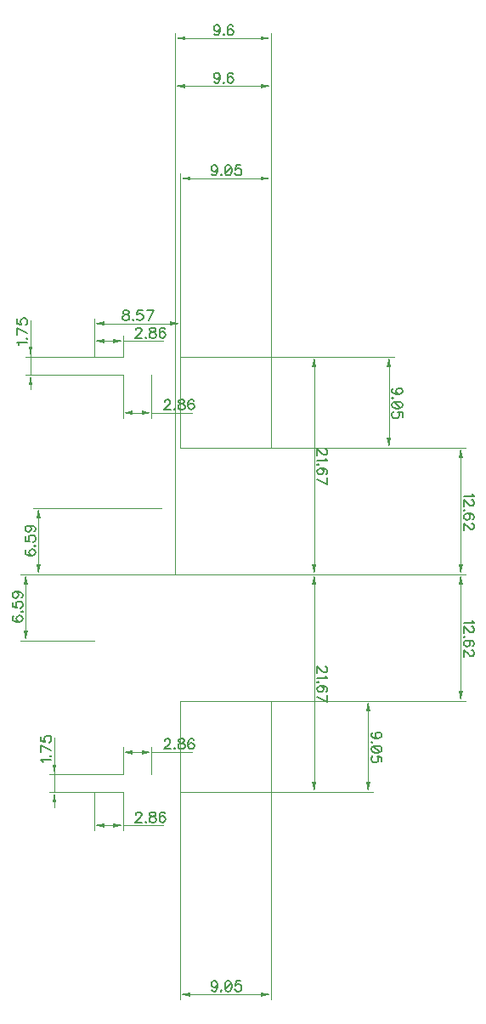
<source format=gbr>
G04 DipTrace 2.4.0.2*
%INTopDimension.gbr*%
%MOIN*%
%ADD13C,0.0014*%
%ADD53C,0.0062*%
%FSLAX44Y44*%
G04*
G70*
G90*
G75*
G01*
%LNTopDimension*%
%LPD*%
X7316Y21004D2*
D13*
X15701D1*
X7316Y17442D2*
X15701D1*
X15504Y19223D2*
Y20611D1*
G36*
Y21004D2*
X15583Y20611D1*
X15425D1*
X15504Y21004D1*
G37*
Y19223D2*
D13*
Y17835D1*
G36*
Y17442D2*
X15425Y17835D1*
X15583D1*
X15504Y17442D1*
G37*
X7316D2*
D13*
Y28202D1*
X10878Y17442D2*
Y28202D1*
X9097Y28005D2*
X7709D1*
G36*
X7316D2*
X7709Y28084D1*
Y27926D1*
X7316Y28005D1*
G37*
X9097D2*
D13*
X10485D1*
G36*
X10878D2*
X10485Y27926D1*
Y28084D1*
X10878Y28005D1*
G37*
X7316Y7503D2*
D13*
Y-4195D1*
X10878Y7503D2*
Y-4195D1*
X9097Y-3998D2*
X7709D1*
G36*
X7316D2*
X7709Y-3919D1*
Y-4077D1*
X7316Y-3998D1*
G37*
X9097D2*
D13*
X10485D1*
G36*
X10878D2*
X10485Y-4077D1*
Y-3919D1*
X10878Y-3998D1*
G37*
X7316Y3940D2*
D13*
X14888D1*
X7316Y7503D2*
X14888D1*
X14691Y5722D2*
Y4334D1*
G36*
Y3940D2*
X14613Y4334D1*
X14770D1*
X14691Y3940D1*
G37*
Y5722D2*
D13*
Y7109D1*
G36*
Y7503D2*
X14770Y7109D1*
X14613D1*
X14691Y7503D1*
G37*
X4396Y12473D2*
D13*
X12763D1*
X7316Y21004D2*
X12763D1*
X12566Y16739D2*
Y12867D1*
G36*
Y12473D2*
X12487Y12867D1*
X12645D1*
X12566Y12473D1*
G37*
Y16739D2*
D13*
Y20611D1*
G36*
Y21004D2*
X12645Y20611D1*
X12487D1*
X12566Y21004D1*
G37*
X4396Y12473D2*
D13*
X12763D1*
X7316Y3940D2*
X12763D1*
X12566Y8207D2*
Y12080D1*
G36*
Y12473D2*
X12645Y12080D1*
X12487D1*
X12566Y12473D1*
G37*
Y8207D2*
D13*
Y4334D1*
G36*
Y3940D2*
X12487Y4334D1*
X12645D1*
X12566Y3940D1*
G37*
X7100Y12473D2*
D13*
Y33703D1*
X10878Y17442D2*
Y33703D1*
X8989Y33506D2*
X7494D1*
G36*
X7100D2*
X7494Y33585D1*
Y33427D1*
X7100Y33506D1*
G37*
X8989D2*
D13*
X10485D1*
G36*
X10878D2*
X10485Y33427D1*
Y33585D1*
X10878Y33506D1*
G37*
X7100Y12473D2*
D13*
Y31827D1*
X10878Y17442D2*
Y31827D1*
X8989Y31631D2*
X7494D1*
G36*
X7100D2*
X7494Y31709D1*
Y31552D1*
X7100Y31631D1*
G37*
X8989D2*
D13*
X10485D1*
G36*
X10878D2*
X10485Y31552D1*
Y31709D1*
X10878Y31631D1*
G37*
X7100Y12473D2*
D13*
X18514D1*
X10878Y17442D2*
X18514D1*
X18317Y14958D2*
Y12867D1*
G36*
Y12473D2*
X18238Y12867D1*
X18395D1*
X18317Y12473D1*
G37*
Y14958D2*
D13*
Y17048D1*
G36*
Y17442D2*
X18395Y17048D1*
X18238D1*
X18317Y17442D1*
G37*
X7100Y12473D2*
D13*
X18514D1*
X10878Y7503D2*
X18514D1*
X18317Y9988D2*
Y12080D1*
G36*
Y12473D2*
X18395Y12080D1*
X18238D1*
X18317Y12473D1*
G37*
Y9988D2*
D13*
Y7897D1*
G36*
Y7503D2*
X18238Y7897D1*
X18395D1*
X18317Y7503D1*
G37*
X5065Y21004D2*
D13*
X1243D1*
X5065Y20317D2*
X1243D1*
X1440Y21004D2*
Y20317D1*
Y21595D2*
Y21398D1*
G36*
Y21004D2*
X1361Y21398D1*
X1519D1*
X1440Y21004D1*
G37*
Y19726D2*
D13*
Y19923D1*
G36*
Y20317D2*
X1519Y19923D1*
X1361D1*
X1440Y20317D1*
G37*
Y22439D2*
D13*
Y21004D1*
X7316D2*
Y22514D1*
X3940Y21004D2*
Y22514D1*
X5628Y22317D2*
X6922D1*
G36*
X7316D2*
X6922Y22238D1*
Y22396D1*
X7316Y22317D1*
G37*
X5628D2*
D13*
X4334D1*
G36*
X3940D2*
X4334Y22396D1*
Y22238D1*
X3940Y22317D1*
G37*
Y21004D2*
D13*
Y21826D1*
X5065Y21004D2*
Y21826D1*
X4503Y21630D2*
X4334D1*
G36*
X3940D2*
X4334Y21708D1*
Y21551D1*
X3940Y21630D1*
G37*
X4503D2*
D13*
X4672D1*
G36*
X5065D2*
X4672Y21551D1*
Y21708D1*
X5065Y21630D1*
G37*
X6652D2*
D13*
X5065D1*
Y20317D2*
Y18620D1*
X6190Y20317D2*
Y18620D1*
X5628Y18817D2*
X5459D1*
G36*
X5065D2*
X5459Y18895D1*
Y18738D1*
X5065Y18817D1*
G37*
X5628D2*
D13*
X5797D1*
G36*
X6190D2*
X5797Y18738D1*
Y18895D1*
X6190Y18817D1*
G37*
X7777D2*
D13*
X6190D1*
X5065Y4628D2*
X2181D1*
X5065Y3940D2*
X2181D1*
X2377Y4628D2*
Y3940D1*
Y5218D2*
Y5021D1*
G36*
Y4628D2*
X2299Y5021D1*
X2456D1*
X2377Y4628D1*
G37*
Y3350D2*
D13*
Y3546D1*
G36*
Y3940D2*
X2456Y3546D1*
X2299D1*
X2377Y3940D1*
G37*
Y6062D2*
D13*
Y4628D1*
X3940Y3940D2*
Y2431D1*
X5065Y3940D2*
Y2431D1*
X4503Y2628D2*
X4334D1*
G36*
X3940D2*
X4334Y2706D1*
Y2549D1*
X3940Y2628D1*
G37*
X4503D2*
D13*
X4672D1*
G36*
X5065D2*
X4672Y2549D1*
Y2706D1*
X5065Y2628D1*
G37*
X6652D2*
D13*
X5065D1*
Y4628D2*
Y5700D1*
X6190Y4628D2*
Y5700D1*
X5628Y5503D2*
X5459D1*
G36*
X5065D2*
X5459Y5582D1*
Y5424D1*
X5065Y5503D1*
G37*
X5628D2*
D13*
X5797D1*
G36*
X6190D2*
X5797Y5424D1*
Y5582D1*
X6190Y5503D1*
G37*
X7777D2*
D13*
X6190D1*
X7100Y12473D2*
X1556D1*
X6565Y15066D2*
X1556D1*
X1752Y13770D2*
Y12867D1*
G36*
Y12473D2*
X1674Y12867D1*
X1831D1*
X1752Y12473D1*
G37*
Y13770D2*
D13*
Y14673D1*
G36*
Y15066D2*
X1831Y14673D1*
X1674D1*
X1752Y15066D1*
G37*
X7100Y12473D2*
D13*
X1056D1*
X3940Y9878D2*
X1056D1*
X1252Y11176D2*
Y12080D1*
G36*
Y12473D2*
X1331Y12080D1*
X1174D1*
X1252Y12473D1*
G37*
Y11176D2*
D13*
Y10272D1*
G36*
Y9878D2*
X1174Y10272D1*
X1331D1*
X1252Y9878D1*
G37*
X15894Y19540D2*
D53*
X15836Y19560D1*
X15798Y19598D1*
X15779Y19655D1*
Y19674D1*
X15798Y19732D1*
X15836Y19770D1*
X15894Y19789D1*
X15913D1*
X15970Y19770D1*
X16008Y19732D1*
X16027Y19674D1*
Y19655D1*
X16008Y19598D1*
X15970Y19560D1*
X15894Y19540D1*
X15798D1*
X15702Y19560D1*
X15645Y19598D1*
X15626Y19655D1*
Y19693D1*
X15645Y19751D1*
X15683Y19770D1*
X15664Y19398D2*
X15645Y19417D1*
X15626Y19398D1*
X15645Y19378D1*
X15664Y19398D1*
X16027Y19140D2*
X16008Y19197D1*
X15951Y19236D1*
X15855Y19255D1*
X15798D1*
X15702Y19236D1*
X15645Y19197D1*
X15626Y19140D1*
Y19102D1*
X15645Y19044D1*
X15702Y19006D1*
X15798Y18987D1*
X15855D1*
X15951Y19006D1*
X16008Y19044D1*
X16027Y19102D1*
Y19140D1*
X15951Y19006D2*
X15702Y19236D1*
X16027Y18634D2*
Y18825D1*
X15855Y18844D1*
X15874Y18825D1*
X15894Y18767D1*
Y18710D1*
X15874Y18653D1*
X15836Y18614D1*
X15779Y18595D1*
X15741D1*
X15683Y18614D1*
X15645Y18653D1*
X15626Y18710D1*
Y18767D1*
X15645Y18825D1*
X15664Y18844D1*
X15702Y18863D1*
X8780Y28395D2*
X8760Y28338D1*
X8722Y28299D1*
X8665Y28280D1*
X8646D1*
X8588Y28299D1*
X8550Y28338D1*
X8531Y28395D1*
Y28414D1*
X8550Y28472D1*
X8588Y28510D1*
X8646Y28529D1*
X8665D1*
X8722Y28510D1*
X8760Y28472D1*
X8780Y28395D1*
Y28299D1*
X8760Y28204D1*
X8722Y28146D1*
X8665Y28127D1*
X8627D1*
X8569Y28146D1*
X8550Y28185D1*
X8922Y28166D2*
X8903Y28146D1*
X8922Y28127D1*
X8942Y28146D1*
X8922Y28166D1*
X9180Y28529D2*
X9123Y28510D1*
X9084Y28452D1*
X9065Y28357D1*
Y28299D1*
X9084Y28204D1*
X9123Y28146D1*
X9180Y28127D1*
X9218D1*
X9276Y28146D1*
X9314Y28204D1*
X9333Y28299D1*
Y28357D1*
X9314Y28452D1*
X9276Y28510D1*
X9218Y28529D1*
X9180D1*
X9314Y28452D2*
X9084Y28204D1*
X9686Y28529D2*
X9495D1*
X9476Y28357D1*
X9495Y28376D1*
X9553Y28395D1*
X9610D1*
X9667Y28376D1*
X9706Y28338D1*
X9725Y28280D1*
Y28242D1*
X9706Y28185D1*
X9667Y28146D1*
X9610Y28127D1*
X9553D1*
X9495Y28146D1*
X9476Y28166D1*
X9457Y28204D1*
X8780Y-3608D2*
X8760Y-3666D1*
X8722Y-3704D1*
X8665Y-3723D1*
X8646D1*
X8588Y-3704D1*
X8550Y-3666D1*
X8531Y-3608D1*
Y-3589D1*
X8550Y-3532D1*
X8588Y-3494D1*
X8646Y-3475D1*
X8665D1*
X8722Y-3494D1*
X8760Y-3532D1*
X8780Y-3608D1*
Y-3704D1*
X8760Y-3800D1*
X8722Y-3857D1*
X8665Y-3876D1*
X8627D1*
X8569Y-3857D1*
X8550Y-3819D1*
X8922Y-3838D2*
X8903Y-3857D1*
X8922Y-3876D1*
X8942Y-3857D1*
X8922Y-3838D1*
X9180Y-3475D2*
X9123Y-3494D1*
X9084Y-3551D1*
X9065Y-3647D1*
Y-3704D1*
X9084Y-3800D1*
X9123Y-3857D1*
X9180Y-3876D1*
X9218D1*
X9276Y-3857D1*
X9314Y-3800D1*
X9333Y-3704D1*
Y-3647D1*
X9314Y-3551D1*
X9276Y-3494D1*
X9218Y-3475D1*
X9180D1*
X9314Y-3551D2*
X9084Y-3800D1*
X9686Y-3475D2*
X9495D1*
X9476Y-3647D1*
X9495Y-3628D1*
X9553Y-3608D1*
X9610D1*
X9667Y-3628D1*
X9706Y-3666D1*
X9725Y-3723D1*
Y-3761D1*
X9706Y-3819D1*
X9667Y-3857D1*
X9610Y-3876D1*
X9553D1*
X9495Y-3857D1*
X9476Y-3838D1*
X9457Y-3800D1*
X15081Y6039D2*
X15024Y6058D1*
X14985Y6096D1*
X14966Y6154D1*
Y6173D1*
X14985Y6230D1*
X15024Y6268D1*
X15081Y6288D1*
X15100D1*
X15158Y6268D1*
X15196Y6230D1*
X15215Y6173D1*
Y6154D1*
X15196Y6096D1*
X15158Y6058D1*
X15081Y6039D1*
X14985D1*
X14890Y6058D1*
X14832Y6096D1*
X14813Y6154D1*
Y6192D1*
X14832Y6249D1*
X14871Y6268D1*
X14852Y5896D2*
X14832Y5915D1*
X14813Y5896D1*
X14832Y5877D1*
X14852Y5896D1*
X15215Y5638D2*
X15196Y5696D1*
X15138Y5734D1*
X15043Y5753D1*
X14985D1*
X14890Y5734D1*
X14832Y5696D1*
X14813Y5638D1*
Y5600D1*
X14832Y5543D1*
X14890Y5505D1*
X14985Y5485D1*
X15043D1*
X15138Y5505D1*
X15196Y5543D1*
X15215Y5600D1*
Y5638D1*
X15138Y5505D2*
X14890Y5734D1*
X15215Y5132D2*
Y5323D1*
X15043Y5342D1*
X15062Y5323D1*
X15081Y5266D1*
Y5209D1*
X15062Y5151D1*
X15024Y5113D1*
X14966Y5094D1*
X14928D1*
X14871Y5113D1*
X14832Y5151D1*
X14813Y5209D1*
Y5266D1*
X14832Y5323D1*
X14852Y5342D1*
X14890Y5362D1*
X12994Y17395D2*
X13013D1*
X13052Y17376D1*
X13071Y17357D1*
X13090Y17319D1*
Y17242D1*
X13071Y17204D1*
X13052Y17185D1*
X13013Y17166D1*
X12975D1*
X12937Y17185D1*
X12880Y17223D1*
X12688Y17414D1*
Y17147D1*
X13013Y17023D2*
X13033Y16985D1*
X13090Y16927D1*
X12688D1*
X12727Y16785D2*
X12707Y16804D1*
X12688Y16785D1*
X12707Y16765D1*
X12727Y16785D1*
X13033Y16412D2*
X13071Y16431D1*
X13090Y16489D1*
Y16527D1*
X13071Y16584D1*
X13013Y16623D1*
X12918Y16642D1*
X12822D1*
X12746Y16623D1*
X12707Y16584D1*
X12688Y16527D1*
Y16508D1*
X12707Y16451D1*
X12746Y16412D1*
X12803Y16393D1*
X12822D1*
X12880Y16412D1*
X12918Y16451D1*
X12937Y16508D1*
Y16527D1*
X12918Y16584D1*
X12880Y16623D1*
X12822Y16642D1*
X12688Y16193D2*
X13090Y16002D1*
Y16270D1*
X12994Y8863D2*
X13013D1*
X13052Y8844D1*
X13071Y8825D1*
X13090Y8786D1*
Y8710D1*
X13071Y8672D1*
X13052Y8653D1*
X13013Y8633D1*
X12975D1*
X12937Y8653D1*
X12880Y8691D1*
X12688Y8882D1*
Y8614D1*
X13013Y8491D2*
X13033Y8452D1*
X13090Y8395D1*
X12688D1*
X12727Y8252D2*
X12707Y8271D1*
X12688Y8252D1*
X12707Y8233D1*
X12727Y8252D1*
X13033Y7880D2*
X13071Y7899D1*
X13090Y7956D1*
Y7994D1*
X13071Y8052D1*
X13013Y8090D1*
X12918Y8109D1*
X12822D1*
X12746Y8090D1*
X12707Y8052D1*
X12688Y7994D1*
Y7975D1*
X12707Y7918D1*
X12746Y7880D1*
X12803Y7861D1*
X12822D1*
X12880Y7880D1*
X12918Y7918D1*
X12937Y7975D1*
Y7994D1*
X12918Y8052D1*
X12880Y8090D1*
X12822Y8109D1*
X12688Y7661D2*
X13090Y7469D1*
Y7737D1*
X8878Y33896D2*
X8858Y33838D1*
X8820Y33800D1*
X8763Y33781D1*
X8744D1*
X8686Y33800D1*
X8648Y33838D1*
X8629Y33896D1*
Y33915D1*
X8648Y33972D1*
X8686Y34010D1*
X8744Y34029D1*
X8763D1*
X8820Y34010D1*
X8858Y33972D1*
X8878Y33896D1*
Y33800D1*
X8858Y33704D1*
X8820Y33647D1*
X8763Y33628D1*
X8725D1*
X8667Y33647D1*
X8648Y33685D1*
X9020Y33666D2*
X9001Y33647D1*
X9020Y33628D1*
X9040Y33647D1*
X9020Y33666D1*
X9393Y33972D2*
X9374Y34010D1*
X9316Y34029D1*
X9278D1*
X9221Y34010D1*
X9182Y33953D1*
X9163Y33857D1*
Y33762D1*
X9182Y33685D1*
X9221Y33647D1*
X9278Y33628D1*
X9297D1*
X9354Y33647D1*
X9393Y33685D1*
X9412Y33743D1*
Y33762D1*
X9393Y33819D1*
X9354Y33857D1*
X9297Y33876D1*
X9278D1*
X9221Y33857D1*
X9182Y33819D1*
X9163Y33762D1*
X8878Y32021D2*
X8858Y31963D1*
X8820Y31925D1*
X8763Y31906D1*
X8744D1*
X8686Y31925D1*
X8648Y31963D1*
X8629Y32021D1*
Y32040D1*
X8648Y32097D1*
X8686Y32135D1*
X8744Y32154D1*
X8763D1*
X8820Y32135D1*
X8858Y32097D1*
X8878Y32021D1*
Y31925D1*
X8858Y31829D1*
X8820Y31772D1*
X8763Y31753D1*
X8725D1*
X8667Y31772D1*
X8648Y31810D1*
X9020Y31791D2*
X9001Y31772D1*
X9020Y31753D1*
X9040Y31772D1*
X9020Y31791D1*
X9393Y32097D2*
X9374Y32135D1*
X9316Y32154D1*
X9278D1*
X9221Y32135D1*
X9182Y32078D1*
X9163Y31982D1*
Y31887D1*
X9182Y31810D1*
X9221Y31772D1*
X9278Y31753D1*
X9297D1*
X9354Y31772D1*
X9393Y31810D1*
X9412Y31868D1*
Y31887D1*
X9393Y31944D1*
X9354Y31982D1*
X9297Y32001D1*
X9278D1*
X9221Y31982D1*
X9182Y31944D1*
X9163Y31887D1*
X18764Y15633D2*
X18783Y15595D1*
X18840Y15537D1*
X18439D1*
X18745Y15394D2*
X18764D1*
X18802Y15375D1*
X18821Y15356D1*
X18840Y15318D1*
Y15241D1*
X18821Y15203D1*
X18802Y15184D1*
X18764Y15165D1*
X18726D1*
X18687Y15184D1*
X18630Y15222D1*
X18439Y15414D1*
Y15146D1*
X18477Y15003D2*
X18458Y15022D1*
X18439Y15003D1*
X18458Y14984D1*
X18477Y15003D1*
X18783Y14631D2*
X18821Y14650D1*
X18840Y14707D1*
Y14745D1*
X18821Y14803D1*
X18764Y14841D1*
X18668Y14860D1*
X18573D1*
X18496Y14841D1*
X18458Y14803D1*
X18439Y14745D1*
Y14726D1*
X18458Y14669D1*
X18496Y14631D1*
X18554Y14612D1*
X18573D1*
X18630Y14631D1*
X18668Y14669D1*
X18687Y14726D1*
Y14745D1*
X18668Y14803D1*
X18630Y14841D1*
X18573Y14860D1*
X18745Y14469D2*
X18764D1*
X18802Y14450D1*
X18821Y14431D1*
X18840Y14392D1*
Y14316D1*
X18821Y14278D1*
X18802Y14259D1*
X18764Y14239D1*
X18726D1*
X18687Y14259D1*
X18630Y14297D1*
X18439Y14488D1*
Y14220D1*
X18764Y10664D2*
X18783Y10625D1*
X18840Y10568D1*
X18439D1*
X18745Y10425D2*
X18764D1*
X18802Y10406D1*
X18821Y10387D1*
X18840Y10348D1*
Y10272D1*
X18821Y10234D1*
X18802Y10215D1*
X18764Y10195D1*
X18726D1*
X18687Y10215D1*
X18630Y10253D1*
X18439Y10444D1*
Y10176D1*
X18477Y10034D2*
X18458Y10053D1*
X18439Y10034D1*
X18458Y10014D1*
X18477Y10034D1*
X18783Y9661D2*
X18821Y9680D1*
X18840Y9738D1*
Y9776D1*
X18821Y9833D1*
X18764Y9872D1*
X18668Y9891D1*
X18573D1*
X18496Y9872D1*
X18458Y9833D1*
X18439Y9776D1*
Y9757D1*
X18458Y9700D1*
X18496Y9661D1*
X18554Y9642D1*
X18573D1*
X18630Y9661D1*
X18668Y9700D1*
X18687Y9757D1*
Y9776D1*
X18668Y9833D1*
X18630Y9872D1*
X18573Y9891D1*
X18745Y9499D2*
X18764D1*
X18802Y9480D1*
X18821Y9461D1*
X18840Y9423D1*
Y9346D1*
X18821Y9308D1*
X18802Y9289D1*
X18764Y9270D1*
X18726D1*
X18687Y9289D1*
X18630Y9327D1*
X18439Y9519D1*
Y9251D1*
X993Y21491D2*
X973Y21529D1*
X916Y21587D1*
X1318D1*
X1279Y21729D2*
X1299Y21710D1*
X1318Y21729D1*
X1299Y21749D1*
X1279Y21729D1*
X1318Y21949D2*
X916Y22140D1*
Y21872D1*
Y22493D2*
Y22302D1*
X1088Y22283D1*
X1069Y22302D1*
X1050Y22360D1*
Y22417D1*
X1069Y22474D1*
X1107Y22513D1*
X1165Y22532D1*
X1203D1*
X1260Y22513D1*
X1299Y22474D1*
X1318Y22417D1*
Y22360D1*
X1299Y22302D1*
X1279Y22283D1*
X1241Y22264D1*
X5148Y22841D2*
X5091Y22822D1*
X5072Y22784D1*
Y22745D1*
X5091Y22707D1*
X5129Y22688D1*
X5205Y22669D1*
X5263Y22650D1*
X5301Y22611D1*
X5320Y22573D1*
Y22516D1*
X5301Y22478D1*
X5282Y22458D1*
X5225Y22439D1*
X5148D1*
X5091Y22458D1*
X5072Y22478D1*
X5053Y22516D1*
Y22573D1*
X5072Y22611D1*
X5110Y22650D1*
X5167Y22669D1*
X5244Y22688D1*
X5282Y22707D1*
X5301Y22745D1*
Y22784D1*
X5282Y22822D1*
X5225Y22841D1*
X5148D1*
X5463Y22478D2*
X5444Y22458D1*
X5463Y22439D1*
X5482Y22458D1*
X5463Y22478D1*
X5835Y22841D2*
X5644D1*
X5625Y22669D1*
X5644Y22688D1*
X5701Y22707D1*
X5758D1*
X5816Y22688D1*
X5854Y22650D1*
X5873Y22592D1*
Y22554D1*
X5854Y22497D1*
X5816Y22458D1*
X5758Y22439D1*
X5701D1*
X5644Y22458D1*
X5625Y22478D1*
X5606Y22516D1*
X6073Y22439D2*
X6265Y22841D1*
X5997D1*
X5571Y22058D2*
Y22077D1*
X5590Y22115D1*
X5609Y22134D1*
X5648Y22153D1*
X5724D1*
X5762Y22134D1*
X5781Y22115D1*
X5801Y22077D1*
Y22039D1*
X5781Y22000D1*
X5743Y21943D1*
X5552Y21752D1*
X5820D1*
X5962Y21790D2*
X5943Y21771D1*
X5962Y21752D1*
X5982Y21771D1*
X5962Y21790D1*
X6201Y22153D2*
X6144Y22134D1*
X6124Y22096D1*
Y22058D1*
X6144Y22020D1*
X6182Y22000D1*
X6258Y21981D1*
X6316Y21962D1*
X6354Y21924D1*
X6373Y21886D1*
Y21828D1*
X6354Y21790D1*
X6335Y21771D1*
X6277Y21752D1*
X6201D1*
X6144Y21771D1*
X6124Y21790D1*
X6105Y21828D1*
Y21886D1*
X6124Y21924D1*
X6163Y21962D1*
X6220Y21981D1*
X6296Y22000D1*
X6335Y22020D1*
X6354Y22058D1*
Y22096D1*
X6335Y22134D1*
X6277Y22153D1*
X6201D1*
X6726Y22096D2*
X6707Y22134D1*
X6649Y22153D1*
X6611D1*
X6554Y22134D1*
X6515Y22077D1*
X6496Y21981D1*
Y21886D1*
X6515Y21809D1*
X6554Y21771D1*
X6611Y21752D1*
X6630D1*
X6687Y21771D1*
X6726Y21809D1*
X6745Y21867D1*
Y21886D1*
X6726Y21943D1*
X6687Y21981D1*
X6630Y22000D1*
X6611D1*
X6554Y21981D1*
X6515Y21943D1*
X6496Y21886D1*
X6696Y19245D2*
Y19264D1*
X6715Y19302D1*
X6734Y19321D1*
X6773Y19340D1*
X6849D1*
X6887Y19321D1*
X6906Y19302D1*
X6926Y19264D1*
Y19226D1*
X6906Y19187D1*
X6868Y19130D1*
X6677Y18939D1*
X6945D1*
X7087Y18977D2*
X7068Y18958D1*
X7087Y18939D1*
X7107Y18958D1*
X7087Y18977D1*
X7326Y19340D2*
X7269Y19321D1*
X7249Y19283D1*
Y19245D1*
X7269Y19207D1*
X7307Y19187D1*
X7383Y19168D1*
X7441Y19149D1*
X7479Y19111D1*
X7498Y19073D1*
Y19015D1*
X7479Y18977D1*
X7460Y18958D1*
X7402Y18939D1*
X7326D1*
X7269Y18958D1*
X7249Y18977D1*
X7230Y19015D1*
Y19073D1*
X7249Y19111D1*
X7288Y19149D1*
X7345Y19168D1*
X7421Y19187D1*
X7460Y19207D1*
X7479Y19245D1*
Y19283D1*
X7460Y19321D1*
X7402Y19340D1*
X7326D1*
X7851Y19283D2*
X7832Y19321D1*
X7774Y19340D1*
X7736D1*
X7679Y19321D1*
X7640Y19264D1*
X7621Y19168D1*
Y19073D1*
X7640Y18996D1*
X7679Y18958D1*
X7736Y18939D1*
X7755D1*
X7812Y18958D1*
X7851Y18996D1*
X7870Y19054D1*
Y19073D1*
X7851Y19130D1*
X7812Y19168D1*
X7755Y19187D1*
X7736D1*
X7679Y19168D1*
X7640Y19130D1*
X7621Y19073D1*
X1930Y5114D2*
X1911Y5153D1*
X1854Y5210D1*
X2255D1*
X2217Y5353D2*
X2236Y5334D1*
X2255Y5353D1*
X2236Y5372D1*
X2217Y5353D1*
X2255Y5572D2*
X1854Y5763D1*
Y5496D1*
Y6116D2*
Y5925D1*
X2026Y5906D1*
X2007Y5925D1*
X1987Y5983D1*
Y6040D1*
X2007Y6097D1*
X2045Y6136D1*
X2102Y6155D1*
X2140D1*
X2198Y6136D1*
X2236Y6097D1*
X2255Y6040D1*
Y5983D1*
X2236Y5925D1*
X2217Y5906D1*
X2179Y5887D1*
X5571Y3056D2*
Y3075D1*
X5590Y3113D1*
X5609Y3132D1*
X5648Y3151D1*
X5724D1*
X5762Y3132D1*
X5781Y3113D1*
X5801Y3075D1*
Y3037D1*
X5781Y2998D1*
X5743Y2941D1*
X5552Y2750D1*
X5820D1*
X5962Y2788D2*
X5943Y2769D1*
X5962Y2750D1*
X5982Y2769D1*
X5962Y2788D1*
X6201Y3151D2*
X6144Y3132D1*
X6124Y3094D1*
Y3056D1*
X6144Y3018D1*
X6182Y2998D1*
X6258Y2979D1*
X6316Y2960D1*
X6354Y2922D1*
X6373Y2884D1*
Y2826D1*
X6354Y2788D1*
X6335Y2769D1*
X6277Y2750D1*
X6201D1*
X6144Y2769D1*
X6124Y2788D1*
X6105Y2826D1*
Y2884D1*
X6124Y2922D1*
X6163Y2960D1*
X6220Y2979D1*
X6296Y2998D1*
X6335Y3018D1*
X6354Y3056D1*
Y3094D1*
X6335Y3132D1*
X6277Y3151D1*
X6201D1*
X6726Y3094D2*
X6707Y3132D1*
X6649Y3151D1*
X6611D1*
X6554Y3132D1*
X6515Y3075D1*
X6496Y2979D1*
Y2884D1*
X6515Y2807D1*
X6554Y2769D1*
X6611Y2750D1*
X6630D1*
X6687Y2769D1*
X6726Y2807D1*
X6745Y2865D1*
Y2884D1*
X6726Y2941D1*
X6687Y2979D1*
X6630Y2998D1*
X6611D1*
X6554Y2979D1*
X6515Y2941D1*
X6496Y2884D1*
X6696Y5931D2*
Y5950D1*
X6715Y5988D1*
X6734Y6007D1*
X6773Y6026D1*
X6849D1*
X6887Y6007D1*
X6906Y5988D1*
X6926Y5950D1*
Y5912D1*
X6906Y5873D1*
X6868Y5816D1*
X6677Y5625D1*
X6945D1*
X7087Y5663D2*
X7068Y5644D1*
X7087Y5625D1*
X7107Y5644D1*
X7087Y5663D1*
X7326Y6026D2*
X7269Y6007D1*
X7249Y5969D1*
Y5931D1*
X7269Y5893D1*
X7307Y5873D1*
X7383Y5854D1*
X7441Y5835D1*
X7479Y5797D1*
X7498Y5759D1*
Y5701D1*
X7479Y5663D1*
X7460Y5644D1*
X7402Y5625D1*
X7326D1*
X7269Y5644D1*
X7249Y5663D1*
X7230Y5701D1*
Y5759D1*
X7249Y5797D1*
X7288Y5835D1*
X7345Y5854D1*
X7421Y5873D1*
X7460Y5893D1*
X7479Y5931D1*
Y5969D1*
X7460Y6007D1*
X7402Y6026D1*
X7326D1*
X7851Y5969D2*
X7832Y6007D1*
X7774Y6026D1*
X7736D1*
X7679Y6007D1*
X7640Y5950D1*
X7621Y5854D1*
Y5759D1*
X7640Y5682D1*
X7679Y5644D1*
X7736Y5625D1*
X7755D1*
X7812Y5644D1*
X7851Y5682D1*
X7870Y5740D1*
Y5759D1*
X7851Y5816D1*
X7812Y5854D1*
X7755Y5873D1*
X7736D1*
X7679Y5854D1*
X7640Y5816D1*
X7621Y5759D1*
X1286Y13443D2*
X1248Y13424D1*
X1229Y13367D1*
Y13329D1*
X1248Y13271D1*
X1305Y13233D1*
X1401Y13214D1*
X1496D1*
X1573Y13233D1*
X1611Y13271D1*
X1630Y13329D1*
Y13348D1*
X1611Y13405D1*
X1573Y13443D1*
X1515Y13462D1*
X1496D1*
X1439Y13443D1*
X1401Y13405D1*
X1382Y13348D1*
Y13329D1*
X1401Y13271D1*
X1439Y13233D1*
X1496Y13214D1*
X1592Y13605D2*
X1611Y13586D1*
X1630Y13605D1*
X1611Y13624D1*
X1592Y13605D1*
X1229Y13977D2*
Y13786D1*
X1401Y13767D1*
X1382Y13786D1*
X1362Y13844D1*
Y13901D1*
X1382Y13958D1*
X1420Y13996D1*
X1477Y14016D1*
X1515D1*
X1573Y13996D1*
X1611Y13958D1*
X1630Y13901D1*
Y13844D1*
X1611Y13786D1*
X1592Y13767D1*
X1554Y13748D1*
X1362Y14388D2*
X1420Y14369D1*
X1458Y14330D1*
X1477Y14273D1*
Y14254D1*
X1458Y14197D1*
X1420Y14158D1*
X1362Y14139D1*
X1343D1*
X1286Y14158D1*
X1248Y14197D1*
X1229Y14254D1*
Y14273D1*
X1248Y14330D1*
X1286Y14369D1*
X1362Y14388D1*
X1458D1*
X1554Y14369D1*
X1611Y14330D1*
X1630Y14273D1*
Y14235D1*
X1611Y14177D1*
X1573Y14158D1*
X786Y10849D2*
X748Y10830D1*
X729Y10773D1*
Y10735D1*
X748Y10677D1*
X805Y10639D1*
X901Y10620D1*
X996D1*
X1073Y10639D1*
X1111Y10677D1*
X1130Y10735D1*
Y10754D1*
X1111Y10811D1*
X1073Y10849D1*
X1015Y10868D1*
X996D1*
X939Y10849D1*
X901Y10811D1*
X882Y10754D1*
Y10735D1*
X901Y10677D1*
X939Y10639D1*
X996Y10620D1*
X1092Y11011D2*
X1111Y10992D1*
X1130Y11011D1*
X1111Y11030D1*
X1092Y11011D1*
X729Y11383D2*
Y11192D1*
X901Y11173D1*
X882Y11192D1*
X862Y11249D1*
Y11307D1*
X882Y11364D1*
X920Y11402D1*
X977Y11421D1*
X1015D1*
X1073Y11402D1*
X1111Y11364D1*
X1130Y11307D1*
Y11249D1*
X1111Y11192D1*
X1092Y11173D1*
X1054Y11154D1*
X862Y11794D2*
X920Y11774D1*
X958Y11736D1*
X977Y11679D1*
Y11660D1*
X958Y11602D1*
X920Y11564D1*
X862Y11545D1*
X843D1*
X786Y11564D1*
X748Y11602D1*
X729Y11660D1*
Y11679D1*
X748Y11736D1*
X786Y11774D1*
X862Y11794D1*
X958D1*
X1054Y11774D1*
X1111Y11736D1*
X1130Y11679D1*
Y11641D1*
X1111Y11583D1*
X1073Y11564D1*
M02*

</source>
